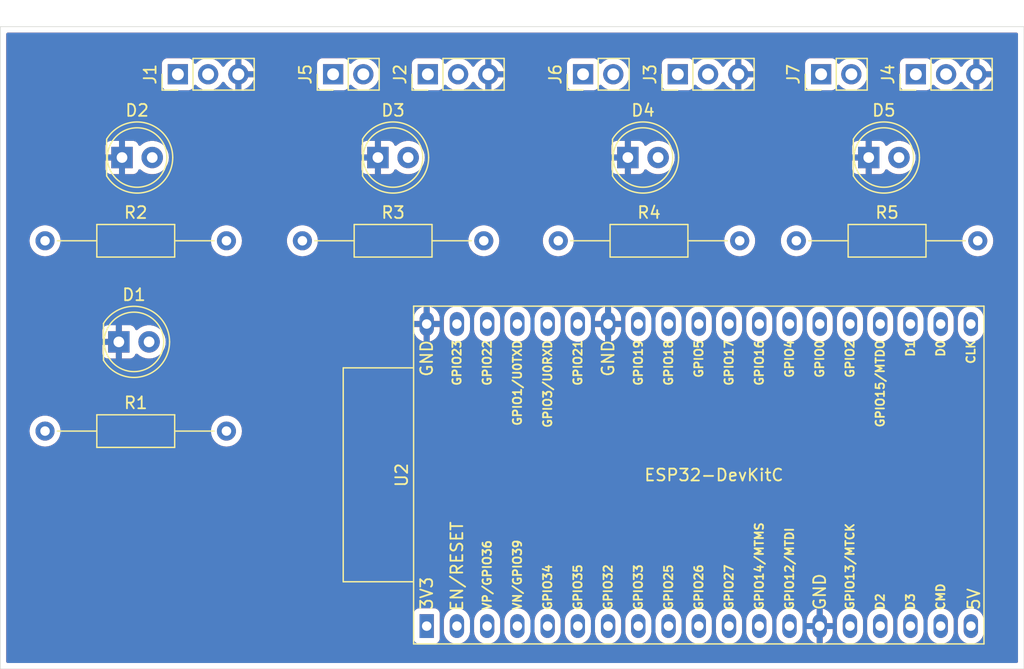
<source format=kicad_pcb>
(kicad_pcb (version 20240108) (generator "pcbnew") (generator_version "8.0")
  (layers (0 "F.Cu" signal) (31 "B.Cu" signal) (34 "B.Paste" user) (35 "F.Paste" user) (36 "B.SilkS" user "B.Silkscreen") (37 "F.SilkS" user "F.Silkscreen") (38 "B.Mask" user) (39 "F.Mask" user) (44 "Edge.Cuts" user))
  (net 0 "")
  (net 1 "/IO19")
  (net 3 "+5V")
  (net 5 "/IO5")
  (net 7 "+3V3")
  (net 8 "/IO17")
  (net 10 "GND")
  (net 16 "/IO4")
  (net 17 "/IO2")
  (net 19 "/IO26")
  (net 23 "/IO27")
  (net 29 "/IO15")
  (net 36 "/IO12")
  (net 37 "Net-(D2-A)")
  (net 38 "Net-(D3-A)")
  (net 39 "Net-(D4-A)")
  (net 40 "Net-(D5-A)")
  (footprint "Connector_PinHeader_2.54mm:PinHeader_1x02_P2.54mm_Vertical" (layer "F.Cu") (at 128.96 66.5 90)
    (property "Reference" "J5" (at 0 -2.33 90) (layer "F.SilkS"))
    (property "Value" "Conn_01x02_Pin")
    (fp_line (start -1.33 -1.33) (end 0 -1.33) (stroke (width 0.12)) (layer "F.SilkS"))
    (fp_line (start -1.33 0) (end -1.33 -1.33) (stroke (width 0.12)) (layer "F.SilkS"))
    (fp_line (start 1.33 1.27) (end 1.33 3.87) (stroke (width 0.12)) (layer "F.SilkS"))
    (fp_line (start -1.33 1.27) (end 1.33 1.27) (stroke (width 0.12)) (layer "F.SilkS"))
    (fp_line (start -1.33 1.27) (end -1.33 3.87) (stroke (width 0.12)) (layer "F.SilkS"))
    (fp_line (start -1.33 3.87) (end 1.33 3.87) (stroke (width 0.12)) (layer "F.SilkS"))
    (pad "1" thru_hole rect (at 0 0 90) (size 1.7 1.7) (drill 1) (layers "*.Cu" "*.Mask") (net 5 "/IO5"))
    (pad "2" thru_hole oval (at 0 2.54 90) (size 1.7 1.7) (drill 1) (layers "*.Cu" "*.Mask") (net 7 "+3V3"))
  )
  (footprint "Connector_PinHeader_2.54mm:PinHeader_1x03_P2.54mm_Vertical" (layer "F.Cu") (at 177.92 66.5 90)
    (property "Reference" "J4" (at 0 -2.33 90) (layer "F.SilkS"))
    (property "Value" "Conn_01x03_Pin")
    (fp_line (start -1.33 -1.33) (end 0 -1.33) (stroke (width 0.12)) (layer "F.SilkS"))
    (fp_line (start -1.33 0) (end -1.33 -1.33) (stroke (width 0.12)) (layer "F.SilkS"))
    (fp_line (start 1.33 1.27) (end 1.33 6.41) (stroke (width 0.12)) (layer "F.SilkS"))
    (fp_line (start -1.33 1.27) (end 1.33 1.27) (stroke (width 0.12)) (layer "F.SilkS"))
    (fp_line (start -1.33 1.27) (end -1.33 6.41) (stroke (width 0.12)) (layer "F.SilkS"))
    (fp_line (start -1.33 6.41) (end 1.33 6.41) (stroke (width 0.12)) (layer "F.SilkS"))
    (pad "1" thru_hole rect (at 0 0 90) (size 1.7 1.7) (drill 1) (layers "*.Cu" "*.Mask") (net 3 "+5V"))
    (pad "2" thru_hole oval (at 0 2.54 90) (size 1.7 1.7) (drill 1) (layers "*.Cu" "*.Mask") (net 23 "/IO27"))
    (pad "3" thru_hole oval (at 0 5.08 90) (size 1.7 1.7) (drill 1) (layers "*.Cu" "*.Mask") (net 10 "GND"))
  )
  (footprint "Resistor_THT:R_Axial_DIN0207_L6.3mm_D2.5mm_P15.24mm_Horizontal" (layer "F.Cu") (at 147.88 80.5)
    (property "Reference" "R4" (at 7.62 -2.37 0) (layer "F.SilkS"))
    (property "Value" "R")
    (fp_line (start 1.04 0) (end 4.35 0) (stroke (width 0.12)) (layer "F.SilkS"))
    (fp_line (start 4.35 -1.37) (end 4.35 1.37) (stroke (width 0.12)) (layer "F.SilkS"))
    (fp_line (start 4.35 1.37) (end 10.89 1.37) (stroke (width 0.12)) (layer "F.SilkS"))
    (fp_line (start 10.89 -1.37) (end 4.35 -1.37) (stroke (width 0.12)) (layer "F.SilkS"))
    (fp_line (start 10.89 1.37) (end 10.89 -1.37) (stroke (width 0.12)) (layer "F.SilkS"))
    (fp_line (start 14.2 0) (end 10.89 0) (stroke (width 0.12)) (layer "F.SilkS"))
    (pad "1" thru_hole circle (at 0 0) (size 1.6 1.6) (drill 0.8) (layers "*.Cu" "*.Mask") (net 36 "/IO12"))
    (pad "2" thru_hole oval (at 15.24 0) (size 1.6 1.6) (drill 0.8) (layers "*.Cu" "*.Mask") (net 39 "Net-(D4-A)"))
  )
  (footprint "Resistor_THT:R_Axial_DIN0207_L6.3mm_D2.5mm_P15.24mm_Horizontal" (layer "F.Cu") (at 104.76 96.5)
    (property "Reference" "R1" (at 7.62 -2.37 0) (layer "F.SilkS"))
    (property "Value" "R")
    (fp_line (start 1.04 0) (end 4.35 0) (stroke (width 0.12)) (layer "F.SilkS"))
    (fp_line (start 4.35 -1.37) (end 4.35 1.37) (stroke (width 0.12)) (layer "F.SilkS"))
    (fp_line (start 4.35 1.37) (end 10.89 1.37) (stroke (width 0.12)) (layer "F.SilkS"))
    (fp_line (start 10.89 -1.37) (end 4.35 -1.37) (stroke (width 0.12)) (layer "F.SilkS"))
    (fp_line (start 10.89 1.37) (end 10.89 -1.37) (stroke (width 0.12)) (layer "F.SilkS"))
    (fp_line (start 14.2 0) (end 10.89 0) (stroke (width 0.12)) (layer "F.SilkS"))
    (pad "1" thru_hole circle (at 0 0) (size 1.6 1.6) (drill 0.8) (layers "*.Cu" "*.Mask") (net 7 "+3V3"))
    (pad "2" thru_hole oval (at 15.24 0) (size 1.6 1.6) (drill 0.8) (layers "*.Cu" "*.Mask") (net 8 "/IO17"))
  )
  (footprint "Connector_PinHeader_2.54mm:PinHeader_1x02_P2.54mm_Vertical" (layer "F.Cu") (at 169.96 66.5 90)
    (property "Reference" "J7" (at 0 -2.33 90) (layer "F.SilkS"))
    (property "Value" "Conn_01x02_Pin")
    (fp_line (start -1.33 -1.33) (end 0 -1.33) (stroke (width 0.12)) (layer "F.SilkS"))
    (fp_line (start -1.33 0) (end -1.33 -1.33) (stroke (width 0.12)) (layer "F.SilkS"))
    (fp_line (start 1.33 1.27) (end 1.33 3.87) (stroke (width 0.12)) (layer "F.SilkS"))
    (fp_line (start -1.33 1.27) (end 1.33 1.27) (stroke (width 0.12)) (layer "F.SilkS"))
    (fp_line (start -1.33 1.27) (end -1.33 3.87) (stroke (width 0.12)) (layer "F.SilkS"))
    (fp_line (start -1.33 3.87) (end 1.33 3.87) (stroke (width 0.12)) (layer "F.SilkS"))
    (pad "1" thru_hole rect (at 0 0 90) (size 1.7 1.7) (drill 1) (layers "*.Cu" "*.Mask") (net 23 "/IO27"))
    (pad "2" thru_hole oval (at 0 2.54 90) (size 1.7 1.7) (drill 1) (layers "*.Cu" "*.Mask") (net 7 "+3V3"))
  )
  (footprint "Resistor_THT:R_Axial_DIN0207_L6.3mm_D2.5mm_P15.24mm_Horizontal" (layer "F.Cu") (at 104.76 80.5)
    (property "Reference" "R2" (at 7.62 -2.37 0) (layer "F.SilkS"))
    (property "Value" "R")
    (fp_line (start 1.04 0) (end 4.35 0) (stroke (width 0.12)) (layer "F.SilkS"))
    (fp_line (start 4.35 -1.37) (end 4.35 1.37) (stroke (width 0.12)) (layer "F.SilkS"))
    (fp_line (start 4.35 1.37) (end 10.89 1.37) (stroke (width 0.12)) (layer "F.SilkS"))
    (fp_line (start 10.89 -1.37) (end 4.35 -1.37) (stroke (width 0.12)) (layer "F.SilkS"))
    (fp_line (start 10.89 1.37) (end 10.89 -1.37) (stroke (width 0.12)) (layer "F.SilkS"))
    (fp_line (start 14.2 0) (end 10.89 0) (stroke (width 0.12)) (layer "F.SilkS"))
    (pad "1" thru_hole circle (at 0 0) (size 1.6 1.6) (drill 0.8) (layers "*.Cu" "*.Mask") (net 17 "/IO2"))
    (pad "2" thru_hole oval (at 15.24 0) (size 1.6 1.6) (drill 0.8) (layers "*.Cu" "*.Mask") (net 37 "Net-(D2-A)"))
  )
  (footprint "Connector_PinHeader_2.54mm:PinHeader_1x03_P2.54mm_Vertical" (layer "F.Cu") (at 115.92 66.5 90)
    (property "Reference" "J1" (at 0 -2.33 90) (layer "F.SilkS"))
    (property "Value" "Conn_01x03_Pin")
    (fp_line (start -1.33 -1.33) (end 0 -1.33) (stroke (width 0.12)) (layer "F.SilkS"))
    (fp_line (start -1.33 0) (end -1.33 -1.33) (stroke (width 0.12)) (layer "F.SilkS"))
    (fp_line (start 1.33 1.27) (end 1.33 6.41) (stroke (width 0.12)) (layer "F.SilkS"))
    (fp_line (start -1.33 1.27) (end 1.33 1.27) (stroke (width 0.12)) (layer "F.SilkS"))
    (fp_line (start -1.33 1.27) (end -1.33 6.41) (stroke (width 0.12)) (layer "F.SilkS"))
    (fp_line (start -1.33 6.41) (end 1.33 6.41) (stroke (width 0.12)) (layer "F.SilkS"))
    (pad "1" thru_hole rect (at 0 0 90) (size 1.7 1.7) (drill 1) (layers "*.Cu" "*.Mask") (net 3 "+5V"))
    (pad "2" thru_hole oval (at 0 2.54 90) (size 1.7 1.7) (drill 1) (layers "*.Cu" "*.Mask") (net 1 "/IO19"))
    (pad "3" thru_hole oval (at 0 5.08 90) (size 1.7 1.7) (drill 1) (layers "*.Cu" "*.Mask") (net 10 "GND"))
  )
  (footprint "LED_THT:LED_D5.0mm" (layer "F.Cu") (at 111.225 73.5)
    (property "Reference" "D2" (at 1.27 -3.96 0) (layer "F.SilkS"))
    (property "Value" "LED")
    (fp_line (start -1.29 -1.545) (end -1.29 1.545) (stroke (width 0.12)) (layer "F.SilkS"))
    (fp_arc (start -1.29 -1.54483) (mid 2.071756 -2.880501) (end 4.26 -0.000048) (stroke (width 0.12)) (layer "F.SilkS"))
    (fp_arc (start 4.26 0.000048) (mid 2.071756 2.880501) (end -1.29 1.54483) (stroke (width 0.12)) (layer "F.SilkS"))
    (fp_circle (center 1.27 0) (end 3.77 0) (stroke (width 0.12)) (fill none) (layer "F.SilkS"))
    (pad "1" thru_hole rect (at 0 0) (size 1.8 1.8) (drill 0.9) (layers "*.Cu" "*.Mask") (net 10 "GND"))
    (pad "2" thru_hole circle (at 2.54 0) (size 1.8 1.8) (drill 0.9) (layers "*.Cu" "*.Mask") (net 37 "Net-(D2-A)"))
  )
  (footprint "LED_THT:LED_D5.0mm" (layer "F.Cu") (at 153.725 73.5)
    (property "Reference" "D4" (at 1.27 -3.96 0) (layer "F.SilkS"))
    (property "Value" "LED")
    (fp_line (start -1.29 -1.545) (end -1.29 1.545) (stroke (width 0.12)) (layer "F.SilkS"))
    (fp_arc (start -1.29 -1.54483) (mid 2.071756 -2.880501) (end 4.26 -0.000048) (stroke (width 0.12)) (layer "F.SilkS"))
    (fp_arc (start 4.26 0.000048) (mid 2.071756 2.880501) (end -1.29 1.54483) (stroke (width 0.12)) (layer "F.SilkS"))
    (fp_circle (center 1.27 0) (end 3.77 0) (stroke (width 0.12)) (fill none) (layer "F.SilkS"))
    (pad "1" thru_hole rect (at 0 0) (size 1.8 1.8) (drill 0.9) (layers "*.Cu" "*.Mask") (net 10 "GND"))
    (pad "2" thru_hole circle (at 2.54 0) (size 1.8 1.8) (drill 0.9) (layers "*.Cu" "*.Mask") (net 39 "Net-(D4-A)"))
  )
  (footprint "Resistor_THT:R_Axial_DIN0207_L6.3mm_D2.5mm_P15.24mm_Horizontal" (layer "F.Cu") (at 167.88 80.5)
    (property "Reference" "R5" (at 7.62 -2.37 0) (layer "F.SilkS"))
    (property "Value" "R")
    (fp_line (start 1.04 0) (end 4.35 0) (stroke (width 0.12)) (layer "F.SilkS"))
    (fp_line (start 4.35 -1.37) (end 4.35 1.37) (stroke (width 0.12)) (layer "F.SilkS"))
    (fp_line (start 4.35 1.37) (end 10.89 1.37) (stroke (width 0.12)) (layer "F.SilkS"))
    (fp_line (start 10.89 -1.37) (end 4.35 -1.37) (stroke (width 0.12)) (layer "F.SilkS"))
    (fp_line (start 10.89 1.37) (end 10.89 -1.37) (stroke (width 0.12)) (layer "F.SilkS"))
    (fp_line (start 14.2 0) (end 10.89 0) (stroke (width 0.12)) (layer "F.SilkS"))
    (pad "1" thru_hole circle (at 0 0) (size 1.6 1.6) (drill 0.8) (layers "*.Cu" "*.Mask") (net 29 "/IO15"))
    (pad "2" thru_hole oval (at 15.24 0) (size 1.6 1.6) (drill 0.8) (layers "*.Cu" "*.Mask") (net 40 "Net-(D5-A)"))
  )
  (footprint "LED_THT:LED_D5.0mm" (layer "F.Cu") (at 132.725 73.5)
    (property "Reference" "D3" (at 1.27 -3.96 0) (layer "F.SilkS"))
    (property "Value" "LED")
    (fp_line (start -1.29 -1.545) (end -1.29 1.545) (stroke (width 0.12)) (layer "F.SilkS"))
    (fp_arc (start -1.29 -1.54483) (mid 2.071756 -2.880501) (end 4.26 -0.000048) (stroke (width 0.12)) (layer "F.SilkS"))
    (fp_arc (start 4.26 0.000048) (mid 2.071756 2.880501) (end -1.29 1.54483) (stroke (width 0.12)) (layer "F.SilkS"))
    (fp_circle (center 1.27 0) (end 3.77 0) (stroke (width 0.12)) (fill none) (layer "F.SilkS"))
    (pad "1" thru_hole rect (at 0 0) (size 1.8 1.8) (drill 0.9) (layers "*.Cu" "*.Mask") (net 10 "GND"))
    (pad "2" thru_hole circle (at 2.54 0) (size 1.8 1.8) (drill 0.9) (layers "*.Cu" "*.Mask") (net 38 "Net-(D3-A)"))
  )
  (footprint "Connector_PinHeader_2.54mm:PinHeader_1x03_P2.54mm_Vertical" (layer "F.Cu") (at 136.92 66.5 90)
    (property "Reference" "J2" (at 0 -2.33 90) (layer "F.SilkS"))
    (property "Value" "Conn_01x03_Pin")
    (fp_line (start -1.33 -1.33) (end 0 -1.33) (stroke (width 0.12)) (layer "F.SilkS"))
    (fp_line (start -1.33 0) (end -1.33 -1.33) (stroke (width 0.12)) (layer "F.SilkS"))
    (fp_line (start 1.33 1.27) (end 1.33 6.41) (stroke (width 0.12)) (layer "F.SilkS"))
    (fp_line (start -1.33 1.27) (end 1.33 1.27) (stroke (width 0.12)) (layer "F.SilkS"))
    (fp_line (start -1.33 1.27) (end -1.33 6.41) (stroke (width 0.12)) (layer "F.SilkS"))
    (fp_line (start -1.33 6.41) (end 1.33 6.41) (stroke (width 0.12)) (layer "F.SilkS"))
    (pad "1" thru_hole rect (at 0 0 90) (size 1.7 1.7) (drill 1) (layers "*.Cu" "*.Mask") (net 3 "+5V"))
    (pad "2" thru_hole oval (at 0 2.54 90) (size 1.7 1.7) (drill 1) (layers "*.Cu" "*.Mask") (net 5 "/IO5"))
    (pad "3" thru_hole oval (at 0 5.08 90) (size 1.7 1.7) (drill 1) (layers "*.Cu" "*.Mask") (net 10 "GND"))
  )
  (footprint "Connector_PinHeader_2.54mm:PinHeader_1x03_P2.54mm_Vertical" (layer "F.Cu") (at 157.92 66.5 90)
    (property "Reference" "J3" (at 0 -2.33 90) (layer "F.SilkS"))
    (property "Value" "Conn_01x03_Pin")
    (fp_line (start -1.33 -1.33) (end 0 -1.33) (stroke (width 0.12)) (layer "F.SilkS"))
    (fp_line (start -1.33 0) (end -1.33 -1.33) (stroke (width 0.12)) (layer "F.SilkS"))
    (fp_line (start 1.33 1.27) (end 1.33 6.41) (stroke (width 0.12)) (layer "F.SilkS"))
    (fp_line (start -1.33 1.27) (end 1.33 1.27) (stroke (width 0.12)) (layer "F.SilkS"))
    (fp_line (start -1.33 1.27) (end -1.33 6.41) (stroke (width 0.12)) (layer "F.SilkS"))
    (fp_line (start -1.33 6.41) (end 1.33 6.41) (stroke (width 0.12)) (layer "F.SilkS"))
    (pad "1" thru_hole rect (at 0 0 90) (size 1.7 1.7) (drill 1) (layers "*.Cu" "*.Mask") (net 3 "+5V"))
    (pad "2" thru_hole oval (at 0 2.54 90) (size 1.7 1.7) (drill 1) (layers "*.Cu" "*.Mask") (net 19 "/IO26"))
    (pad "3" thru_hole oval (at 0 5.08 90) (size 1.7 1.7) (drill 1) (layers "*.Cu" "*.Mask") (net 10 "GND"))
  )
  (footprint "LED_THT:LED_D5.0mm" (layer "F.Cu") (at 173.96 73.5)
    (property "Reference" "D5" (at 1.27 -3.96 0) (layer "F.SilkS"))
    (property "Value" "LED")
    (fp_line (start -1.29 -1.545) (end -1.29 1.545) (stroke (width 0.12)) (layer "F.SilkS"))
    (fp_arc (start -1.29 -1.54483) (mid 2.071756 -2.880501) (end 4.26 -0.000048) (stroke (width 0.12)) (layer "F.SilkS"))
    (fp_arc (start 4.26 0.000048) (mid 2.071756 2.880501) (end -1.29 1.54483) (stroke (width 0.12)) (layer "F.SilkS"))
    (fp_circle (center 1.27 0) (end 3.77 0) (stroke (width 0.12)) (fill none) (layer "F.SilkS"))
    (pad "1" thru_hole rect (at 0 0) (size 1.8 1.8) (drill 0.9) (layers "*.Cu" "*.Mask") (net 10 "GND"))
    (pad "2" thru_hole circle (at 2.54 0) (size 1.8 1.8) (drill 0.9) (layers "*.Cu" "*.Mask") (net 40 "Net-(D5-A)"))
  )
  (footprint "PCM_Espressif:ESP32-DevKitC" (layer "F.Cu") (at 136.82272 112.89632 90)
    (property "Reference" "U2" (at 12.7 -2.1 90) (layer "F.SilkS"))
    (property "Value" "ESP32-DevKitC" (at 12.7 24.13 0) (layer "F.SilkS"))
    (fp_line (start 21.71332 -7.01312) (end 21.71332 -1.12032) (stroke (width 0.12)) (layer "F.SilkS"))
    (fp_line (start 3.73012 -7.01312) (end 21.71332 -7.01312) (stroke (width 0.12)) (layer "F.SilkS"))
    (fp_line (start 3.73012 -1.12032) (end 3.73012 -7.01312) (stroke (width 0.12)) (layer "F.SilkS"))
    (fp_line (start 26.9 -1.1) (end -1.499999 -1.1) (stroke (width 0.12)) (layer "F.SilkS"))
    (fp_line (start -1.499999 -1.1) (end -1.5 46.82) (stroke (width 0.12)) (layer "F.SilkS"))
    (fp_line (start 26.899999 46.82) (end 26.9 -1.1) (stroke (width 0.12)) (layer "F.SilkS"))
    (fp_line (start -1.5 46.82) (end 26.899999 46.82) (stroke (width 0.12)) (layer "F.SilkS"))
    (fp_text user "3V3" (at 1.27 0 90) (layer "F.SilkS") (effects (justify left)))
    (fp_text user "GPIO27" (at 1.27 25.4 90) (layer "F.SilkS") (effects (font (size 0.7 0.7)) (justify left)))
    (fp_text user "CMD" (at 1.27 43.18 90) (layer "F.SilkS") (effects (font (size 0.7 0.7)) (justify left)))
    (fp_text user "GPIO2" (at 24.13 35.56 90) (layer "F.SilkS") (effects (font (size 0.7 0.7)) (justify right)))
    (fp_text user "GPIO34" (at 1.27 10.16 90) (layer "F.SilkS") (effects (font (size 0.7 0.7)) (justify left)))
    (fp_text user "5V" (at 1.26632 45.97128 90) (layer "F.SilkS") (effects (justify left)))
    (fp_text user "VN/GPIO39" (at 1.27 7.62 90) (layer "F.SilkS") (effects (font (size 0.7 0.7)) (justify left)))
    (fp_text user "D3" (at 1.27 40.64 90) (layer "F.SilkS") (effects (font (size 0.7 0.7)) (justify left)))
    (fp_text user "VP/GPIO36" (at 1.27 5.08 90) (layer "F.SilkS") (effects (font (size 0.7 0.7)) (justify left)))
    (fp_text user "GND" (at 24.13 15.24 90) (layer "F.SilkS") (effects (justify right)))
    (fp_text user "GPIO3/U0RXD" (at 24.13 10.16 90) (layer "F.SilkS") (effects (font (size 0.7 0.7)) (justify right)))
    (fp_text user "CLK" (at 24.13 45.72 90) (layer "F.SilkS") (effects (font (size 0.7 0.7)) (justify right)))
    (fp_text user "GPIO5" (at 24.13 22.86 90) (layer "F.SilkS") (effects (font (size 0.7 0.7)) (justify right)))
    (fp_text user "GPIO16" (at 24.13 27.94 90) (layer "F.SilkS") (effects (font (size 0.7 0.7)) (justify right)))
    (fp_text user "GND" (at 1.27 33.02 90) (layer "F.SilkS") (effects (justify left)))
    (fp_text user "D0" (at 24.13 43.18 90) (layer "F.SilkS") (effects (font (size 0.7 0.7)) (justify right)))
    (fp_text user "GPIO17" (at 24.13 25.4 90) (layer "F.SilkS") (effects (font (size 0.7 0.7)) (justify right)))
    (fp_text user "D1" (at 24.13 40.64 90) (layer "F.SilkS") (effects (font (size 0.7 0.7)) (justify right)))
    (fp_text user "GPIO4" (at 24.13 30.48 90) (layer "F.SilkS") (effects (font (size 0.7 0.7)) (justify right)))
    (fp_text user "EN/RESET" (at 8.88632 2.53728 90) (layer "F.SilkS") (effects (justify right)))
    (fp_text user "GPIO33" (at 1.27 17.78 90) (layer "F.SilkS") (effects (font (size 0.7 0.7)) (justify left)))
    (fp_text user "GPIO22" (at 24.13 5.08 90) (layer "F.SilkS") (effects (font (size 0.7 0.7)) (justify right)))
    (fp_text user "GPIO25" (at 1.27 20.32 90) (layer "F.SilkS") (effects (font (size 0.7 0.7)) (justify left)))
    (fp_text user "GPIO32" (at 1.27 15.24 90) (layer "F.SilkS") (effects (font (size 0.7 0.7)) (justify left)))
    (fp_text user "GPIO13/MTCK" (at 1.27 35.56 90) (layer "F.SilkS") (effects (font (size 0.7 0.7)) (justify left)))
    (fp_text user "GND" (at 24.13 0 90) (layer "F.SilkS") (effects (justify right)))
    (fp_text user "GPIO1/U0TXD" (at 24.13 7.62 90) (layer "F.SilkS") (effects (font (size 0.7 0.7)) (justify right)))
    (fp_text user "GPIO14/MTMS" (at 1.27 27.94 90) (layer "F.SilkS") (effects (font (size 0.7 0.7)) (justify left)))
    (fp_text user "GPIO0" (at 24.13 33.02 90) (layer "F.SilkS") (effects (font (size 0.7 0.7)) (justify right)))
    (fp_text user "D2" (at 1.27 38.1 90) (layer "F.SilkS") (effects (font (size 0.7 0.7)) (justify left)))
    (fp_text user "GPIO12/MTDI" (at 1.27 30.48 90) (layer "F.SilkS") (effects (font (size 0.7 0.7)) (justify left)))
    (fp_text user "GPIO26" (at 1.27 22.86 90) (layer "F.SilkS") (effects (font (size 0.7 0.7)) (justify left)))
    (fp_text user "GPIO15/MTDO" (at 24.13 38.1 90) (layer "F.SilkS") (effects (font (size 0.7 0.7)) (justify right)))
    (fp_text user "GPIO23" (at 24.13 2.54 90) (layer "F.SilkS") (effects (font (size 0.7 0.7)) (justify right)))
    (fp_text user "GPIO35" (at 1.27 12.7 90) (layer "F.SilkS") (effects (font (size 0.7 0.7)) (justify left)))
    (fp_text user "GPIO19" (at 24.13 17.78 90) (layer "F.SilkS") (effects (font (size 0.7 0.7)) (justify right)))
    (fp_text user "GPIO21" (at 24.13 12.7 90) (layer "F.SilkS") (effects (font (size 0.7 0.7)) (justify right)))
    (fp_text user "GPIO18" (at 24.13 20.32 90) (layer "F.SilkS") (effects (font (size 0.7 0.7)) (justify right)))
    (pad "1" thru_hole rect (at 0 0) (size 1.2 2) (drill 0.8) (layers "*.Cu" "*.Mask") (net 7 "+3V3"))
    (pad "2" thru_hole oval (at 0 2.54) (size 1.2 2) (drill 0.8) (layers "*.Cu" "*.Mask"))
    (pad "3" thru_hole oval (at 0 5.08) (size 1.2 2) (drill 0.8) (layers "*.Cu" "*.Mask"))
    (pad "4" thru_hole oval (at 0 7.62) (size 1.2 2) (drill 0.8) (layers "*.Cu" "*.Mask"))
    (pad "5" thru_hole oval (at 0 10.16) (size 1.2 2) (drill 0.8) (layers "*.Cu" "*.Mask"))
    (pad "6" thru_hole oval (at 0 12.7) (size 1.2 2) (drill 0.8) (layers "*.Cu" "*.Mask"))
    (pad "7" thru_hole oval (at 0 15.24) (size 1.2 2) (drill 0.8) (layers "*.Cu" "*.Mask"))
    (pad "8" thru_hole oval (at 0 17.78) (size 1.2 2) (drill 0.8) (layers "*.Cu" "*.Mask"))
    (pad "9" thru_hole oval (at 0 20.32) (size 1.2 2) (drill 0.8) (layers "*.Cu" "*.Mask"))
    (pad "10" thru_hole oval (at 0 22.86) (size 1.2 2) (drill 0.8) (layers "*.Cu" "*.Mask") (net 19 "/IO26"))
    (pad "11" thru_hole oval (at 0 25.4) (size 1.2 2) (drill 0.8) (layers "*.Cu" "*.Mask") (net 23 "/IO27"))
    (pad "12" thru_hole oval (at 0 27.94) (size 1.2 2) (drill 0.8) (layers "*.Cu" "*.Mask"))
    (pad "13" thru_hole oval (at 0 30.48) (size 1.2 2) (drill 0.8) (layers "*.Cu" "*.Mask") (net 36 "/IO12"))
    (pad "14" thru_hole oval (at 0 33.02) (size 1.2 2) (drill 0.8) (layers "*.Cu" "*.Mask") (net 10 "GND"))
    (pad "15" thru_hole oval (at 0 35.56) (size 1.2 2) (drill 0.8) (layers "*.Cu" "*.Mask"))
    (pad "16" thru_hole oval (at 0 38.1) (size 1.2 2) (drill 0.8) (layers "*.Cu" "*.Mask"))
    (pad "17" thru_hole oval (at 0 40.64) (size 1.2 2) (drill 0.8) (layers "*.Cu" "*.Mask"))
    (pad "18" thru_hole oval (at 0 43.18) (size 1.2 2) (drill 0.8) (layers "*.Cu" "*.Mask"))
    (pad "19" thru_hole oval (at 0 45.72) (size 1.2 2) (drill 0.8) (layers "*.Cu" "*.Mask") (net 3 "+5V"))
    (pad "20" thru_hole oval (at 25.39632 45.71728) (size 1.2 2) (drill 0.8) (layers "*.Cu" "*.Mask"))
    (pad "21" thru_hole oval (at 25.39632 43.17728) (size 1.2 2) (drill 0.8) (layers "*.Cu" "*.Mask"))
    (pad "22" thru_hole oval (at 25.4 40.64) (size 1.2 2) (drill 0.8) (layers "*.Cu" "*.Mask"))
    (pad "23" thru_hole oval (at 25.4 38.1) (size 1.2 2) (drill 0.8) (layers "*.Cu" "*.Mask") (net 29 "/IO15"))
    (pad "24" thru_hole oval (at 25.4 35.56) (size 1.2 2) (drill 0.8) (layers "*.Cu" "*.Mask") (net 17 "/IO2"))
    (pad "25" thru_hole oval (at 25.4 33.02) (size 1.2 2) (drill 0.8) (layers "*.Cu" "*.Mask"))
    (pad "26" thru_hole oval (at 25.4 30.48) (size 1.2 2) (drill 0.8) (layers "*.Cu" "*.Mask") (net 16 "/IO4"))
    (pad "27" thru_hole oval (at 25.4 27.94) (size 1.2 2) (drill 0.8) (layers "*.Cu" "*.Mask"))
    (pad "28" thru_hole oval (at 25.4 25.4) (size 1.2 2) (drill 0.8) (layers "*.Cu" "*.Mask") (net 8 "/IO17"))
    (pad "29" thru_hole oval (at 25.4 22.86) (size 1.2 2) (drill 0.8) (layers "*.Cu" "*.Mask") (net 5 "/IO5"))
    (pad "30" thru_hole oval (at 25.4 20.32) (size 1.2 2) (drill 0.8) (layers "*.Cu" "*.Mask"))
    (pad "31" thru_hole oval (at 25.4 17.78) (size 1.2 2) (drill 0.8) (layers "*.Cu" "*.Mask") (net 1 "/IO19"))
    (pad "32" thru_hole oval (at 25.4 15.24) (size 1.2 2) (drill 0.8) (layers "*.Cu" "*.Mask") (net 10 "GND"))
    (pad "33" thru_hole oval (at 25.4 12.7) (size 1.2 2) (drill 0.8) (layers "*.Cu" "*.Mask"))
    (pad "34" thru_hole oval (at 25.4 10.16) (size 1.2 2) (drill 0.8) (layers "*.Cu" "*.Mask"))
    (pad "35" thru_hole oval (at 25.4 7.62) (size 1.2 2) (drill 0.8) (layers "*.Cu" "*.Mask"))
    (pad "36" thru_hole oval (at 25.4 5.08) (size 1.2 2) (drill 0.8) (layers "*.Cu" "*.Mask"))
    (pad "37" thru_hole oval (at 25.4 2.54) (size 1.2 2) (drill 0.8) (layers "*.Cu" "*.Mask"))
    (pad "38" thru_hole oval (at 25.4 0) (size 1.2 2) (drill 0.8) (layers "*.Cu" "*.Mask") (net 10 "GND"))
  )
  (footprint "Connector_PinHeader_2.54mm:PinHeader_1x02_P2.54mm_Vertical" (layer "F.Cu") (at 149.96 66.5 90)
    (property "Reference" "J6" (at 0 -2.33 90) (layer "F.SilkS"))
    (property "Value" "Conn_01x02_Pin")
    (fp_line (start -1.33 -1.33) (end 0 -1.33) (stroke (width 0.12)) (layer "F.SilkS"))
    (fp_line (start -1.33 0) (end -1.33 -1.33) (stroke (width 0.12)) (layer "F.SilkS"))
    (fp_line (start 1.33 1.27) (end 1.33 3.87) (stroke (width 0.12)) (layer "F.SilkS"))
    (fp_line (start -1.33 1.27) (end 1.33 1.27) (stroke (width 0.12)) (layer "F.SilkS"))
    (fp_line (start -1.33 1.27) (end -1.33 3.87) (stroke (width 0.12)) (layer "F.SilkS"))
    (fp_line (start -1.33 3.87) (end 1.33 3.87) (stroke (width 0.12)) (layer "F.SilkS"))
    (pad "1" thru_hole rect (at 0 0 90) (size 1.7 1.7) (drill 1) (layers "*.Cu" "*.Mask") (net 19 "/IO26"))
    (pad "2" thru_hole oval (at 0 2.54 90) (size 1.7 1.7) (drill 1) (layers "*.Cu" "*.Mask") (net 7 "+3V3"))
  )
  (footprint "Resistor_THT:R_Axial_DIN0207_L6.3mm_D2.5mm_P15.24mm_Horizontal" (layer "F.Cu") (at 126.38 80.5)
    (property "Reference" "R3" (at 7.62 -2.37 0) (layer "F.SilkS"))
    (property "Value" "R")
    (fp_line (start 1.04 0) (end 4.35 0) (stroke (width 0.12)) (layer "F.SilkS"))
    (fp_line (start 4.35 -1.37) (end 4.35 1.37) (stroke (width 0.12)) (layer "F.SilkS"))
    (fp_line (start 4.35 1.37) (end 10.89 1.37) (stroke (width 0.12)) (layer "F.SilkS"))
    (fp_line (start 10.89 -1.37) (end 4.35 -1.37) (stroke (width 0.12)) (layer "F.SilkS"))
    (fp_line (start 10.89 1.37) (end 10.89 -1.37) (stroke (width 0.12)) (layer "F.SilkS"))
    (fp_line (start 14.2 0) (end 10.89 0) (stroke (width 0.12)) (layer "F.SilkS"))
    (pad "1" thru_hole circle (at 0 0) (size 1.6 1.6) (drill 0.8) (layers "*.Cu" "*.Mask") (net 16 "/IO4"))
    (pad "2" thru_hole oval (at 15.24 0) (size 1.6 1.6) (drill 0.8) (layers "*.Cu" "*.Mask") (net 38 "Net-(D3-A)"))
  )
  (footprint "LED_THT:LED_D5.0mm" (layer "F.Cu") (at 110.96 89)
    (property "Reference" "D1" (at 1.27 -3.96 0) (layer "F.SilkS"))
    (property "Value" "LED")
    (fp_line (start -1.29 -1.545) (end -1.29 1.545) (stroke (width 0.12)) (layer "F.SilkS"))
    (fp_arc (start -1.29 -1.54483) (mid 2.071756 -2.880501) (end 4.26 -0.000048) (stroke (width 0.12)) (layer "F.SilkS"))
    (fp_arc (start 4.26 0.000048) (mid 2.071756 2.880501) (end -1.29 1.54483) (stroke (width 0.12)) (layer "F.SilkS"))
    (fp_circle (center 1.27 0) (end 3.77 0) (stroke (width 0.12)) (fill none) (layer "F.SilkS"))
    (pad "1" thru_hole rect (at 0 0) (size 1.8 1.8) (drill 0.9) (layers "*.Cu" "*.Mask") (net 10 "GND"))
    (pad "2" thru_hole circle (at 2.54 0) (size 1.8 1.8) (drill 0.9) (layers "*.Cu" "*.Mask") (net 8 "/IO17"))
  )
  (gr_rect (start 101 62.5) (end 187 116.5) (stroke (width 0.05)) (fill none) (layer "Edge.Cuts"))
  (zone (net 10) (net_name "GND") (layers "F&B.Cu") (connect_pads (clearance 0.5)) (min_thickness 0.25) (fill yes (thermal_gap 0.5) (thermal_bridge_width 0.5))
    (polygon (pts (xy 101 62.5) (xy 187 62.5) (xy 187 116.5) (xy 101 116.5)))
  )
)
</source>
